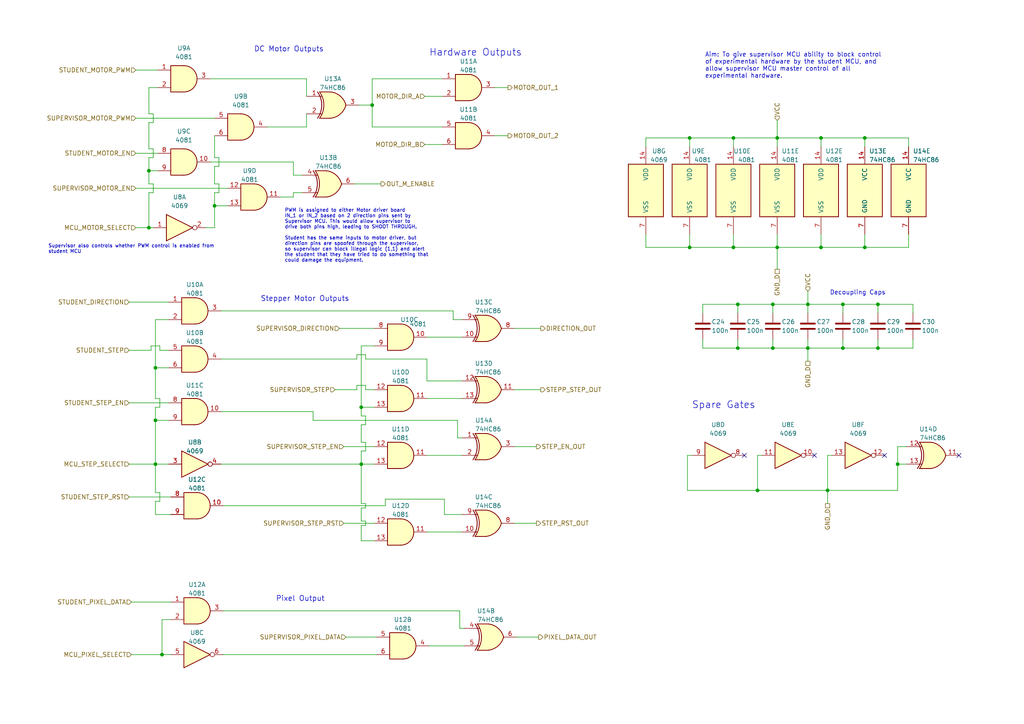
<source format=kicad_sch>
(kicad_sch (version 20211123) (generator eeschema)
  (paper "A4")
  (lib_symbols
    (symbol "000_Capacitor_Film_Immo:cap_film_0805" (pin_numbers hide) (pin_names (offset 0.254))
      (property "Reference" "C" (at 0.635 2.54 0))
      (property "Value" "cap_film_0805" (at 0.635 -2.54 0))
      (symbol "cap_film_0805_0_1"
        (polyline (pts (xy -2.032 -0.762) (xy 2.032 -0.762)) (stroke (width 0.508)))
        (polyline (pts (xy -2.032 0.762) (xy 2.032 0.762)) (stroke (width 0.508)))
      )
      (symbol "cap_film_0805_1_1"
        (pin passive line (at 0 3.81 270) (length 2.794) (name "~") (number "1"))
        (pin passive line (at 0 -3.81 90) (length 2.794) (name "~") (number "2"))
      )
    )
    (symbol "4xxx:4069" (pin_names (offset 1.016))
      (property "Reference" "U" (at 0 1.27 0))
      (property "Value" "4069" (at 0 -1.27 0))
      (symbol "4069_1_0"
        (polyline (pts (xy -3.81 3.81) (xy -3.81 -3.81) (xy 3.81 0) (xy -3.81 3.81)) (stroke (width 0.254)) (fill (type background)))
        (pin input line (at -7.62 0 0) (length 3.81) (name "~") (number "1"))
        (pin output inverted (at 7.62 0 180) (length 3.81) (name "~") (number "2"))
      )
      (symbol "4069_2_0"
        (polyline (pts (xy -3.81 3.81) (xy -3.81 -3.81) (xy 3.81 0) (xy -3.81 3.81)) (stroke (width 0.254)) (fill (type background)))
        (pin input line (at -7.62 0 0) (length 3.81) (name "~") (number "3"))
        (pin output inverted (at 7.62 0 180) (length 3.81) (name "~") (number "4"))
      )
      (symbol "4069_3_0"
        (polyline (pts (xy -3.81 3.81) (xy -3.81 -3.81) (xy 3.81 0) (xy -3.81 3.81)) (stroke (width 0.254)) (fill (type background)))
        (pin input line (at -7.62 0 0) (length 3.81) (name "~") (number "5"))
        (pin output inverted (at 7.62 0 180) (length 3.81) (name "~") (number "6"))
      )
      (symbol "4069_4_0"
        (polyline (pts (xy -3.81 3.81) (xy -3.81 -3.81) (xy 3.81 0) (xy -3.81 3.81)) (stroke (width 0.254)) (fill (type background)))
        (pin output inverted (at 7.62 0 180) (length 3.81) (name "~") (number "8"))
        (pin input line (at -7.62 0 0) (length 3.81) (name "~") (number "9"))
      )
      (symbol "4069_5_0"
        (polyline (pts (xy -3.81 3.81) (xy -3.81 -3.81) (xy 3.81 0) (xy -3.81 3.81)) (stroke (width 0.254)) (fill (type background)))
        (pin output inverted (at 7.62 0 180) (length 3.81) (name "~") (number "10"))
        (pin input line (at -7.62 0 0) (length 3.81) (name "~") (number "11"))
      )
      (symbol "4069_6_0"
        (polyline (pts (xy -3.81 3.81) (xy -3.81 -3.81) (xy 3.81 0) (xy -3.81 3.81)) (stroke (width 0.254)) (fill (type background)))
        (pin output inverted (at 7.62 0 180) (length 3.81) (name "~") (number "12"))
        (pin input line (at -7.62 0 0) (length 3.81) (name "~") (number "13"))
      )
      (symbol "4069_7_0"
        (pin power_in line (at 0 12.7 270) (length 5.08) (name "VDD") (number "14"))
        (pin power_in line (at 0 -12.7 90) (length 5.08) (name "VSS") (number "7"))
      )
      (symbol "4069_7_1"
        (rectangle (start -5.08 7.62) (end 5.08 -7.62) (stroke (width 0.254)) (fill (type background)))
      )
    )
    (symbol "4xxx:4081" (pin_names (offset 1.016))
      (property "Reference" "U" (at 0 1.27 0))
      (property "Value" "4081" (at 0 -1.27 0))
      (symbol "4081_1_1"
        (arc (start 0 -3.81) (mid 3.81 0) (end 0 3.81) (stroke (width 0.254)) (fill (type background)))
        (polyline (pts (xy 0 3.81) (xy -3.81 3.81) (xy -3.81 -3.81) (xy 0 -3.81)) (stroke (width 0.254)) (fill (type background)))
        (pin input line (at -7.62 2.54 0) (length 3.81) (name "~") (number "1"))
        (pin input line (at -7.62 -2.54 0) (length 3.81) (name "~") (number "2"))
        (pin output line (at 7.62 0 180) (length 3.81) (name "~") (number "3"))
      )
      (symbol "4081_1_2"
        (arc (start -3.81 -3.81) (mid -2.589 0) (end -3.81 3.81) (stroke (width 0.254)))
        (arc (start -0.6096 -3.81) (mid 2.1855 -2.584) (end 3.81 0) (stroke (width 0.254)) (fill (type background)))
        (polyline (pts (xy -3.81 -3.81) (xy -0.635 -3.81)) (stroke (width 0.254)) (fill (type background)))
        (polyline (pts (xy -3.81 3.81) (xy -0.635 3.81)) (stroke (width 0.254)) (fill (type background)))
        (polyline (pts (xy -0.635 3.81) (xy -3.81 3.81) (xy -3.81 3.81) (xy -3.556 3.4036) (xy -3.0226 2.2606) (xy -2.6924 1.0414) (xy -2.6162 -0.254) (xy -2.7686 -1.4986) (xy -3.175 -2.7178) (xy -3.81 -3.81) (xy -3.81 -3.81) (xy -0.635 -3.81)) (stroke (width -25.4)) (fill (type background)))
        (arc (start 3.81 0) (mid 2.1928 2.5925) (end -0.6096 3.81) (stroke (width 0.254)) (fill (type background)))
        (pin input inverted (at -7.62 2.54 0) (length 4.318) (name "~") (number "1"))
        (pin input inverted (at -7.62 -2.54 0) (length 4.318) (name "~") (number "2"))
        (pin output inverted (at 7.62 0 180) (length 3.81) (name "~") (number "3"))
      )
      (symbol "4081_2_1"
        (arc (start 0 -3.81) (mid 3.81 0) (end 0 3.81) (stroke (width 0.254)) (fill (type background)))
        (polyline (pts (xy 0 3.81) (xy -3.81 3.81) (xy -3.81 -3.81) (xy 0 -3.81)) (stroke (width 0.254)) (fill (type background)))
        (pin output line (at 7.62 0 180) (length 3.81) (name "~") (number "4"))
        (pin input line (at -7.62 2.54 0) (length 3.81) (name "~") (number "5"))
        (pin input line (at -7.62 -2.54 0) (length 3.81) (name "~") (number "6"))
      )
      (symbol "4081_2_2"
        (arc (start -3.81 -3.81) (mid -2.589 0) (end -3.81 3.81) (stroke (width 0.254)))
        (arc (start -0.6096 -3.81) (mid 2.1855 -2.584) (end 3.81 0) (stroke (width 0.254)) (fill (type background)))
        (polyline (pts (xy -3.81 -3.81) (xy -0.635 -3.81)) (stroke (width 0.254)) (fill (type background)))
        (polyline (pts (xy -3.81 3.81) (xy -0.635 3.81)) (stroke (width 0.254)) (fill (type background)))
        (polyline (pts (xy -0.635 3.81) (xy -3.81 3.81) (xy -3.81 3.81) (xy -3.556 3.4036) (xy -3.0226 2.2606) (xy -2.6924 1.0414) (xy -2.6162 -0.254) (xy -2.7686 -1.4986) (xy -3.175 -2.7178) (xy -3.81 -3.81) (xy -3.81 -3.81) (xy -0.635 -3.81)) (stroke (width -25.4)) (fill (type background)))
        (arc (start 3.81 0) (mid 2.1928 2.5925) (end -0.6096 3.81) (stroke (width 0.254)) (fill (type background)))
        (pin output inverted (at 7.62 0 180) (length 3.81) (name "~") (number "4"))
        (pin input inverted (at -7.62 2.54 0) (length 4.318) (name "~") (number "5"))
        (pin input inverted (at -7.62 -2.54 0) (length 4.318) (name "~") (number "6"))
      )
      (symbol "4081_3_1"
        (arc (start 0 -3.81) (mid 3.81 0) (end 0 3.81) (stroke (width 0.254)) (fill (type background)))
        (polyline (pts (xy 0 3.81) (xy -3.81 3.81) (xy -3.81 -3.81) (xy 0 -3.81)) (stroke (width 0.254)) (fill (type background)))
        (pin output line (at 7.62 0 180) (length 3.81) (name "~") (number "10"))
        (pin input line (at -7.62 2.54 0) (length 3.81) (name "~") (number "8"))
        (pin input line (at -7.62 -2.54 0) (length 3.81) (name "~") (number "9"))
      )
      (symbol "4081_3_2"
        (arc (start -3.81 -3.81) (mid -2.589 0) (end -3.81 3.81) (stroke (width 0.254)))
        (arc (start -0.6096 -3.81) (mid 2.1855 -2.584) (end 3.81 0) (stroke (width 0.254)) (fill (type background)))
        (polyline (pts (xy -3.81 -3.81) (xy -0.635 -3.81)) (stroke (width 0.254)) (fill (type background)))
        (polyline (pts (xy -3.81 3.81) (xy -0.635 3.81)) (stroke (width 0.254)) (fill (type background)))
        (polyline (pts (xy -0.635 3.81) (xy -3.81 3.81) (xy -3.81 3.81) (xy -3.556 3.4036) (xy -3.0226 2.2606) (xy -2.6924 1.0414) (xy -2.6162 -0.254) (xy -2.7686 -1.4986) (xy -3.175 -2.7178) (xy -3.81 -3.81) (xy -3.81 -3.81) (xy -0.635 -3.81)) (stroke (width -25.4)) (fill (type background)))
        (arc (start 3.81 0) (mid 2.1928 2.5925) (end -0.6096 3.81) (stroke (width 0.254)) (fill (type background)))
        (pin output inverted (at 7.62 0 180) (length 3.81) (name "~") (number "10"))
        (pin input inverted (at -7.62 2.54 0) (length 4.318) (name "~") (number "8"))
        (pin input inverted (at -7.62 -2.54 0) (length 4.318) (name "~") (number "9"))
      )
      (symbol "4081_4_1"
        (arc (start 0 -3.81) (mid 3.81 0) (end 0 3.81) (stroke (width 0.254)) (fill (type background)))
        (polyline (pts (xy 0 3.81) (xy -3.81 3.81) (xy -3.81 -3.81) (xy 0 -3.81)) (stroke (width 0.254)) (fill (type background)))
        (pin output line (at 7.62 0 180) (length 3.81) (name "~") (number "11"))
        (pin input line (at -7.62 2.54 0) (length 3.81) (name "~") (number "12"))
        (pin input line (at -7.62 -2.54 0) (length 3.81) (name "~") (number "13"))
      )
      (symbol "4081_4_2"
        (arc (start -3.81 -3.81) (mid -2.589 0) (end -3.81 3.81) (stroke (width 0.254)))
        (arc (start -0.6096 -3.81) (mid 2.1855 -2.584) (end 3.81 0) (stroke (width 0.254)) (fill (type background)))
        (polyline (pts (xy -3.81 -3.81) (xy -0.635 -3.81)) (stroke (width 0.254)) (fill (type background)))
        (polyline (pts (xy -3.81 3.81) (xy -0.635 3.81)) (stroke (width 0.254)) (fill (type background)))
        (polyline (pts (xy -0.635 3.81) (xy -3.81 3.81) (xy -3.81 3.81) (xy -3.556 3.4036) (xy -3.0226 2.2606) (xy -2.6924 1.0414) (xy -2.6162 -0.254) (xy -2.7686 -1.4986) (xy -3.175 -2.7178) (xy -3.81 -3.81) (xy -3.81 -3.81) (xy -0.635 -3.81)) (stroke (width -25.4)) (fill (type background)))
        (arc (start 3.81 0) (mid 2.1928 2.5925) (end -0.6096 3.81) (stroke (width 0.254)) (fill (type background)))
        (pin output inverted (at 7.62 0 180) (length 3.81) (name "~") (number "11"))
        (pin input inverted (at -7.62 2.54 0) (length 4.318) (name "~") (number "12"))
        (pin input inverted (at -7.62 -2.54 0) (length 4.318) (name "~") (number "13"))
      )
      (symbol "4081_5_0"
        (pin power_in line (at 0 12.7 270) (length 5.08) (name "VDD") (number "14"))
        (pin power_in line (at 0 -12.7 90) (length 5.08) (name "VSS") (number "7"))
      )
      (symbol "4081_5_1"
        (rectangle (start -5.08 7.62) (end 5.08 -7.62) (stroke (width 0.254)) (fill (type background)))
      )
    )
    (symbol "74xx:74HC86" (pin_names (offset 1.016))
      (property "Reference" "U" (at 0 1.27 0))
      (property "Value" "74HC86" (at 0 -1.27 0))
      (symbol "74HC86_1_0"
        (arc (start -4.4196 -3.81) (mid -3.2033 0) (end -4.4196 3.81) (stroke (width 0.254)))
        (arc (start -3.81 -3.81) (mid -2.589 0) (end -3.81 3.81) (stroke (width 0.254)))
        (arc (start -0.6096 -3.81) (mid 2.1855 -2.584) (end 3.81 0) (stroke (width 0.254)) (fill (type background)))
        (polyline (pts (xy -3.81 -3.81) (xy -0.635 -3.81)) (stroke (width 0.254)) (fill (type background)))
        (polyline (pts (xy -3.81 3.81) (xy -0.635 3.81)) (stroke (width 0.254)) (fill (type background)))
        (polyline (pts (xy -0.635 3.81) (xy -3.81 3.81) (xy -3.81 3.81) (xy -3.556 3.4036) (xy -3.0226 2.2606) (xy -2.6924 1.0414) (xy -2.6162 -0.254) (xy -2.7686 -1.4986) (xy -3.175 -2.7178) (xy -3.81 -3.81) (xy -3.81 -3.81) (xy -0.635 -3.81)) (stroke (width -25.4)) (fill (type background)))
        (arc (start 3.81 0) (mid 2.1928 2.5925) (end -0.6096 3.81) (stroke (width 0.254)) (fill (type background)))
        (pin input line (at -7.62 2.54 0) (length 4.445) (name "~") (number "1"))
        (pin input line (at -7.62 -2.54 0) (length 4.445) (name "~") (number "2"))
        (pin output line (at 7.62 0 180) (length 3.81) (name "~") (number "3"))
      )
      (symbol "74HC86_1_1"
        (polyline (pts (xy -3.81 -2.54) (xy -3.175 -2.54)) (stroke (width 0.1524)))
        (polyline (pts (xy -3.81 2.54) (xy -3.175 2.54)) (stroke (width 0.1524)))
      )
      (symbol "74HC86_2_0"
        (arc (start -4.4196 -3.81) (mid -3.2033 0) (end -4.4196 3.81) (stroke (width 0.254)))
        (arc (start -3.81 -3.81) (mid -2.589 0) (end -3.81 3.81) (stroke (width 0.254)))
        (arc (start -0.6096 -3.81) (mid 2.1855 -2.584) (end 3.81 0) (stroke (width 0.254)) (fill (type background)))
        (polyline (pts (xy -3.81 -3.81) (xy -0.635 -3.81)) (stroke (width 0.254)) (fill (type background)))
        (polyline (pts (xy -3.81 3.81) (xy -0.635 3.81)) (stroke (width 0.254)) (fill (type background)))
        (polyline (pts (xy -0.635 3.81) (xy -3.81 3.81) (xy -3.81 3.81) (xy -3.556 3.4036) (xy -3.0226 2.2606) (xy -2.6924 1.0414) (xy -2.6162 -0.254) (xy -2.7686 -1.4986) (xy -3.175 -2.7178) (xy -3.81 -3.81) (xy -3.81 -3.81) (xy -0.635 -3.81)) (stroke (width -25.4)) (fill (type background)))
        (arc (start 3.81 0) (mid 2.1928 2.5925) (end -0.6096 3.81) (stroke (width 0.254)) (fill (type background)))
        (pin input line (at -7.62 2.54 0) (length 4.445) (name "~") (number "4"))
        (pin input line (at -7.62 -2.54 0) (length 4.445) (name "~") (number "5"))
        (pin output line (at 7.62 0 180) (length 3.81) (name "~") (number "6"))
      )
      (symbol "74HC86_2_1"
        (polyline (pts (xy -3.81 -2.54) (xy -3.175 -2.54)) (stroke (width 0.1524)))
        (polyline (pts (xy -3.81 2.54) (xy -3.175 2.54)) (stroke (width 0.1524)))
      )
      (symbol "74HC86_3_0"
        (arc (start -4.4196 -3.81) (mid -3.2033 0) (end -4.4196 3.81) (stroke (width 0.254)))
        (arc (start -3.81 -3.81) (mid -2.589 0) (end -3.81 3.81) (stroke (width 0.254)))
        (arc (start -0.6096 -3.81) (mid 2.1855 -2.584) (end 3.81 0) (stroke (width 0.254)) (fill (type background)))
        (polyline (pts (xy -3.81 -3.81) (xy -0.635 -3.81)) (stroke (width 0.254)) (fill (type background)))
        (polyline (pts (xy -3.81 3.81) (xy -0.635 3.81)) (stroke (width 0.254)) (fill (type background)))
        (polyline (pts (xy -0.635 3.81) (xy -3.81 3.81) (xy -3.81 3.81) (xy -3.556 3.4036) (xy -3.0226 2.2606) (xy -2.6924 1.0414) (xy -2.6162 -0.254) (xy -2.7686 -1.4986) (xy -3.175 -2.7178) (xy -3.81 -3.81) (xy -3.81 -3.81) (xy -0.635 -3.81)) (stroke (width -25.4)) (fill (type background)))
        (arc (start 3.81 0) (mid 2.1928 2.5925) (end -0.6096 3.81) (stroke (width 0.254)) (fill (type background)))
        (pin input line (at -7.62 -2.54 0) (length 4.445) (name "~") (number "10"))
        (pin output line (at 7.62 0 180) (length 3.81) (name "~") (number "8"))
        (pin input line (at -7.62 2.54 0) (length 4.445) (name "~") (number "9"))
      )
      (symbol "74HC86_3_1"
        (polyline (pts (xy -3.81 -2.54) (xy -3.175 -2.54)) (stroke (width 0.1524)))
        (polyline (pts (xy -3.81 2.54) (xy -3.175 2.54)) (stroke (width 0.1524)))
      )
      (symbol "74HC86_4_0"
        (arc (start -4.4196 -3.81) (mid -3.2033 0) (end -4.4196 3.81) (stroke (width 0.254)))
        (arc (start -3.81 -3.81) (mid -2.589 0) (end -3.81 3.81) (stroke (width 0.254)))
        (arc (start -0.6096 -3.81) (mid 2.1855 -2.584) (end 3.81 0) (stroke (width 0.254)) (fill (type background)))
        (polyline (pts (xy -3.81 -3.81) (xy -0.635 -3.81)) (stroke (width 0.254)) (fill (type background)))
        (polyline (pts (xy -3.81 3.81) (xy -0.635 3.81)) (stroke (width 0.254)) (fill (type background)))
        (polyline (pts (xy -0.635 3.81) (xy -3.81 3.81) (xy -3.81 3.81) (xy -3.556 3.4036) (xy -3.0226 2.2606) (xy -2.6924 1.0414) (xy -2.6162 -0.254) (xy -2.7686 -1.4986) (xy -3.175 -2.7178) (xy -3.81 -3.81) (xy -3.81 -3.81) (xy -0.635 -3.81)) (stroke (width -25.4)) (fill (type background)))
        (arc (start 3.81 0) (mid 2.1928 2.5925) (end -0.6096 3.81) (stroke (width 0.254)) (fill (type background)))
        (pin output line (at 7.62 0 180) (length 3.81) (name "~") (number "11"))
        (pin input line (at -7.62 2.54 0) (length 4.445) (name "~") (number "12"))
        (pin input line (at -7.62 -2.54 0) (length 4.445) (name "~") (number "13"))
      )
      (symbol "74HC86_4_1"
        (polyline (pts (xy -3.81 -2.54) (xy -3.175 -2.54)) (stroke (width 0.1524)))
        (polyline (pts (xy -3.81 2.54) (xy -3.175 2.54)) (stroke (width 0.1524)))
      )
      (symbol "74HC86_5_0"
        (pin power_in line (at 0 12.7 270) (length 5.08) (name "VCC") (number "14"))
        (pin power_in line (at 0 -12.7 90) (length 5.08) (name "GND") (number "7"))
      )
      (symbol "74HC86_5_1"
        (rectangle (start -5.08 7.62) (end 5.08 -7.62) (stroke (width 0.254)) (fill (type background)))
      )
    )
  )
  (junction (at 244.475 88.265))
  (junction (at 225.425 71.755))
  (junction (at 200.025 40.005))
  (junction (at 45.085 134.62))
  (junction (at 43.18 66.04))
  (junction (at 212.725 71.755))
  (junction (at 45.085 106.68))
  (junction (at 104.775 118.11))
  (junction (at 234.315 100.965))
  (junction (at 225.425 40.005))
  (junction (at 224.155 88.265))
  (junction (at 213.995 100.965))
  (junction (at 254.635 88.265))
  (junction (at 240.03 142.24))
  (junction (at 46.99 189.865))
  (junction (at 45.085 121.92))
  (junction (at 238.125 71.755))
  (junction (at 250.825 40.005))
  (junction (at 62.23 59.69))
  (junction (at 104.775 134.62))
  (junction (at 43.18 49.53))
  (junction (at 219.71 142.24))
  (junction (at 234.315 88.265))
  (junction (at 260.35 134.62))
  (junction (at 213.995 88.265))
  (junction (at 107.95 30.48))
  (junction (at 254.635 100.965))
  (junction (at 200.025 71.755))
  (junction (at 224.155 100.965))
  (junction (at 250.825 71.755))
  (junction (at 212.725 40.005))
  (junction (at 244.475 100.965))
  (junction (at 238.125 40.005))
  (no_connect (at 256.54 132.08))
  (no_connect (at 278.13 132.08))
  (no_connect (at 215.9 132.08))
  (no_connect (at 236.22 132.08))
  (wire (pts (xy 132.715 127) (xy 133.985 127)))
  (wire (pts (xy 85.09 50.8) (xy 87.63 50.8)))
  (wire (pts (xy 212.725 40.005) (xy 225.425 40.005)))
  (wire (pts (xy 203.835 88.265) (xy 203.835 90.805)))
  (wire (pts (xy 85.09 46.99) (xy 85.09 50.8)))
  (wire (pts (xy 104.775 100.33) (xy 108.585 100.33)))
  (wire (pts (xy 203.835 100.965) (xy 213.995 100.965)))
  (wire (pts (xy 263.525 71.755) (xy 250.825 71.755)))
  (wire (pts (xy 43.18 66.04) (xy 44.45 66.04)))
  (wire (pts (xy 85.09 55.88) (xy 87.63 55.88)))
  (wire (pts (xy 48.895 134.62) (xy 45.085 134.62)))
  (wire (pts (xy 133.35 177.165) (xy 133.35 182.245)))
  (wire (pts (xy 37.465 101.6) (xy 43.815 101.6)))
  (wire (pts (xy 234.315 88.265) (xy 224.155 88.265)))
  (wire (pts (xy 234.315 88.265) (xy 244.475 88.265)))
  (wire (pts (xy 103.505 104.14) (xy 103.505 102.87)))
  (wire (pts (xy 39.37 34.29) (xy 62.23 34.29)))
  (wire (pts (xy 143.51 25.4) (xy 147.32 25.4)))
  (wire (pts (xy 64.135 104.14) (xy 103.505 104.14)))
  (wire (pts (xy 104.775 118.11) (xy 104.775 120.65)))
  (wire (pts (xy 199.39 142.24) (xy 219.71 142.24)))
  (wire (pts (xy 63.5 55.88) (xy 63.5 53.34)))
  (wire (pts (xy 106.045 151.13) (xy 104.775 151.13)))
  (wire (pts (xy 43.18 55.88) (xy 43.18 66.04)))
  (wire (pts (xy 104.775 100.33) (xy 104.775 118.11)))
  (wire (pts (xy 200.025 40.005) (xy 212.725 40.005)))
  (wire (pts (xy 43.815 100.33) (xy 46.355 100.33)))
  (wire (pts (xy 238.125 71.755) (xy 225.425 71.755)))
  (wire (pts (xy 260.35 134.62) (xy 260.35 142.24)))
  (wire (pts (xy 107.95 30.48) (xy 107.95 22.86)))
  (wire (pts (xy 46.355 101.6) (xy 48.895 101.6)))
  (wire (pts (xy 254.635 100.965) (xy 264.795 100.965)))
  (wire (pts (xy 143.51 39.37) (xy 147.32 39.37)))
  (wire (pts (xy 45.72 25.4) (xy 43.18 25.4)))
  (wire (pts (xy 224.155 100.965) (xy 234.315 100.965)))
  (wire (pts (xy 149.225 151.765) (xy 155.575 151.765)))
  (wire (pts (xy 62.23 53.34) (xy 62.23 48.26)))
  (wire (pts (xy 90.805 119.38) (xy 90.805 121.92)))
  (wire (pts (xy 187.325 40.005) (xy 200.025 40.005)))
  (wire (pts (xy 39.37 20.32) (xy 45.72 20.32)))
  (wire (pts (xy 219.71 142.24) (xy 240.03 142.24)))
  (wire (pts (xy 106.045 128.27) (xy 106.045 130.81)))
  (wire (pts (xy 106.045 104.14) (xy 123.825 104.14)))
  (wire (pts (xy 39.37 54.61) (xy 66.04 54.61)))
  (wire (pts (xy 99.695 151.765) (xy 108.585 151.765)))
  (wire (pts (xy 104.775 123.19) (xy 104.775 128.27)))
  (wire (pts (xy 240.03 132.08) (xy 240.03 142.24)))
  (wire (pts (xy 225.425 40.005) (xy 225.425 42.545)))
  (wire (pts (xy 97.155 113.03) (xy 103.505 113.03)))
  (wire (pts (xy 44.45 43.18) (xy 44.45 45.72)))
  (wire (pts (xy 100.33 184.785) (xy 109.22 184.785)))
  (wire (pts (xy 43.18 35.56) (xy 43.18 43.18)))
  (wire (pts (xy 234.315 100.965) (xy 234.315 98.425)))
  (wire (pts (xy 238.125 40.005) (xy 238.125 42.545)))
  (wire (pts (xy 37.465 116.84) (xy 48.895 116.84)))
  (wire (pts (xy 219.71 132.08) (xy 220.98 132.08)))
  (wire (pts (xy 63.5 48.26) (xy 63.5 45.72)))
  (wire (pts (xy 213.995 88.265) (xy 213.995 90.805)))
  (wire (pts (xy 77.47 36.83) (xy 88.9 36.83)))
  (wire (pts (xy 128.905 144.78) (xy 128.905 149.225)))
  (wire (pts (xy 254.635 88.265) (xy 264.795 88.265)))
  (wire (pts (xy 104.775 128.27) (xy 106.045 128.27)))
  (wire (pts (xy 43.18 45.72) (xy 44.45 45.72)))
  (wire (pts (xy 111.76 144.78) (xy 128.905 144.78)))
  (wire (pts (xy 123.825 115.57) (xy 133.985 115.57)))
  (wire (pts (xy 99.695 129.54) (xy 108.585 129.54)))
  (wire (pts (xy 39.37 66.04) (xy 43.18 66.04)))
  (wire (pts (xy 250.825 67.945) (xy 250.825 71.755)))
  (wire (pts (xy 106.045 152.4) (xy 106.045 151.13)))
  (wire (pts (xy 254.635 88.265) (xy 254.635 90.805)))
  (wire (pts (xy 123.825 154.305) (xy 133.985 154.305)))
  (wire (pts (xy 62.23 59.69) (xy 66.04 59.69)))
  (wire (pts (xy 238.125 40.005) (xy 250.825 40.005)))
  (wire (pts (xy 149.86 184.785) (xy 156.21 184.785)))
  (wire (pts (xy 200.66 132.08) (xy 199.39 132.08)))
  (wire (pts (xy 102.87 53.34) (xy 110.49 53.34)))
  (wire (pts (xy 64.77 177.165) (xy 133.35 177.165)))
  (wire (pts (xy 238.125 67.945) (xy 238.125 71.755)))
  (wire (pts (xy 187.325 42.545) (xy 187.325 40.005)))
  (wire (pts (xy 225.425 71.755) (xy 212.725 71.755)))
  (wire (pts (xy 45.085 121.92) (xy 48.895 121.92)))
  (wire (pts (xy 103.505 102.87) (xy 106.045 102.87)))
  (wire (pts (xy 104.775 151.13) (xy 104.775 147.32)))
  (wire (pts (xy 128.905 149.225) (xy 133.985 149.225)))
  (wire (pts (xy 38.1 174.625) (xy 49.53 174.625)))
  (wire (pts (xy 149.225 113.03) (xy 156.845 113.03)))
  (wire (pts (xy 244.475 100.965) (xy 244.475 98.425)))
  (wire (pts (xy 203.835 88.265) (xy 213.995 88.265)))
  (wire (pts (xy 44.45 55.88) (xy 43.18 55.88)))
  (wire (pts (xy 104.775 134.62) (xy 108.585 134.62)))
  (wire (pts (xy 43.18 53.34) (xy 44.45 53.34)))
  (wire (pts (xy 49.53 179.705) (xy 46.99 179.705)))
  (wire (pts (xy 103.505 113.03) (xy 103.505 111.76)))
  (wire (pts (xy 46.355 100.33) (xy 46.355 101.6)))
  (wire (pts (xy 85.09 57.15) (xy 85.09 55.88)))
  (wire (pts (xy 62.23 59.69) (xy 62.23 66.04)))
  (wire (pts (xy 45.085 92.71) (xy 48.895 92.71)))
  (wire (pts (xy 250.825 40.005) (xy 263.525 40.005)))
  (wire (pts (xy 260.35 129.54) (xy 260.35 134.62)))
  (wire (pts (xy 250.825 42.545) (xy 250.825 40.005)))
  (wire (pts (xy 104.775 118.11) (xy 108.585 118.11)))
  (wire (pts (xy 262.89 129.54) (xy 260.35 129.54)))
  (wire (pts (xy 43.18 33.02) (xy 44.45 33.02)))
  (wire (pts (xy 250.825 71.755) (xy 238.125 71.755)))
  (wire (pts (xy 44.45 35.56) (xy 43.18 35.56)))
  (wire (pts (xy 62.23 59.69) (xy 62.23 55.88)))
  (wire (pts (xy 46.355 115.57) (xy 46.355 118.11)))
  (wire (pts (xy 104.775 147.32) (xy 106.045 147.32)))
  (wire (pts (xy 107.95 36.83) (xy 128.27 36.83)))
  (wire (pts (xy 45.085 118.11) (xy 46.355 118.11)))
  (wire (pts (xy 203.835 98.425) (xy 203.835 100.965)))
  (wire (pts (xy 213.995 88.265) (xy 224.155 88.265)))
  (wire (pts (xy 46.355 115.57) (xy 45.085 115.57)))
  (wire (pts (xy 187.325 71.755) (xy 200.025 71.755)))
  (wire (pts (xy 104.775 146.05) (xy 104.775 134.62)))
  (wire (pts (xy 103.505 111.76) (xy 106.045 111.76)))
  (wire (pts (xy 81.28 57.15) (xy 85.09 57.15)))
  (wire (pts (xy 225.425 71.755) (xy 225.425 78.105)))
  (wire (pts (xy 149.225 95.25) (xy 156.845 95.25)))
  (wire (pts (xy 124.46 187.325) (xy 134.62 187.325)))
  (wire (pts (xy 46.99 179.705) (xy 46.99 189.865)))
  (wire (pts (xy 46.355 142.875) (xy 46.355 145.415)))
  (wire (pts (xy 234.315 88.265) (xy 234.315 90.805)))
  (wire (pts (xy 43.18 49.53) (xy 43.18 53.34)))
  (wire (pts (xy 43.18 45.72) (xy 43.18 49.53)))
  (wire (pts (xy 264.795 100.965) (xy 264.795 98.425)))
  (wire (pts (xy 44.45 33.02) (xy 44.45 35.56)))
  (wire (pts (xy 240.03 132.08) (xy 241.3 132.08)))
  (wire (pts (xy 45.085 145.415) (xy 45.085 149.225)))
  (wire (pts (xy 98.425 95.25) (xy 108.585 95.25)))
  (wire (pts (xy 123.19 41.91) (xy 128.27 41.91)))
  (wire (pts (xy 199.39 132.08) (xy 199.39 142.24)))
  (wire (pts (xy 104.775 146.05) (xy 106.045 146.05)))
  (wire (pts (xy 46.355 145.415) (xy 45.085 145.415)))
  (wire (pts (xy 44.45 43.18) (xy 43.18 43.18)))
  (wire (pts (xy 39.37 44.45) (xy 45.72 44.45)))
  (wire (pts (xy 90.805 121.92) (xy 132.715 121.92)))
  (wire (pts (xy 60.96 46.99) (xy 85.09 46.99)))
  (wire (pts (xy 254.635 100.965) (xy 254.635 98.425)))
  (wire (pts (xy 104.14 30.48) (xy 107.95 30.48)))
  (wire (pts (xy 64.135 90.17) (xy 131.445 90.17)))
  (wire (pts (xy 43.18 49.53) (xy 45.72 49.53)))
  (wire (pts (xy 45.085 121.92) (xy 45.085 134.62)))
  (wire (pts (xy 213.995 100.965) (xy 213.995 98.425)))
  (wire (pts (xy 219.71 142.24) (xy 219.71 132.08)))
  (wire (pts (xy 107.95 22.86) (xy 128.27 22.86)))
  (wire (pts (xy 106.045 113.03) (xy 108.585 113.03)))
  (wire (pts (xy 260.35 142.24) (xy 240.03 142.24)))
  (wire (pts (xy 108.585 156.845) (xy 104.775 156.845)))
  (wire (pts (xy 45.085 106.68) (xy 45.085 115.57)))
  (wire (pts (xy 63.5 45.72) (xy 62.23 45.72)))
  (wire (pts (xy 45.085 92.71) (xy 45.085 106.68)))
  (wire (pts (xy 44.45 53.34) (xy 44.45 55.88)))
  (wire (pts (xy 62.23 39.37) (xy 62.23 45.72)))
  (wire (pts (xy 107.95 30.48) (xy 107.95 36.83)))
  (wire (pts (xy 244.475 88.265) (xy 244.475 90.805)))
  (wire (pts (xy 64.77 189.865) (xy 109.22 189.865)))
  (wire (pts (xy 45.085 134.62) (xy 37.465 134.62)))
  (wire (pts (xy 132.715 121.92) (xy 132.715 127)))
  (wire (pts (xy 62.23 55.88) (xy 63.5 55.88)))
  (wire (pts (xy 187.325 67.945) (xy 187.325 71.755)))
  (wire (pts (xy 244.475 88.265) (xy 254.635 88.265)))
  (wire (pts (xy 131.445 92.71) (xy 133.985 92.71)))
  (wire (pts (xy 88.9 22.86) (xy 88.9 27.94)))
  (wire (pts (xy 106.045 130.81) (xy 104.775 130.81)))
  (wire (pts (xy 234.315 100.965) (xy 234.315 104.775)))
  (wire (pts (xy 224.155 100.965) (xy 224.155 98.425)))
  (wire (pts (xy 60.96 22.86) (xy 88.9 22.86)))
  (wire (pts (xy 45.085 121.92) (xy 45.085 118.11)))
  (wire (pts (xy 123.19 27.94) (xy 128.27 27.94)))
  (wire (pts (xy 123.825 104.14) (xy 123.825 110.49)))
  (wire (pts (xy 43.815 101.6) (xy 43.815 100.33)))
  (wire (pts (xy 133.35 182.245) (xy 134.62 182.245)))
  (wire (pts (xy 45.085 106.68) (xy 48.895 106.68)))
  (wire (pts (xy 149.225 129.54) (xy 155.575 129.54)))
  (wire (pts (xy 59.69 66.04) (xy 62.23 66.04)))
  (wire (pts (xy 200.025 67.945) (xy 200.025 71.755)))
  (wire (pts (xy 123.825 110.49) (xy 133.985 110.49)))
  (wire (pts (xy 45.085 134.62) (xy 45.085 142.875)))
  (wire (pts (xy 106.045 120.65) (xy 106.045 123.19)))
  (wire (pts (xy 240.03 142.24) (xy 240.03 146.05)))
  (wire (pts (xy 37.465 144.145) (xy 49.53 144.145)))
  (wire (pts (xy 123.825 132.08) (xy 133.985 132.08)))
  (wire (pts (xy 264.795 88.265) (xy 264.795 90.805)))
  (wire (pts (xy 104.775 152.4) (xy 106.045 152.4)))
  (wire (pts (xy 38.1 189.865) (xy 46.99 189.865)))
  (wire (pts (xy 46.99 189.865) (xy 49.53 189.865)))
  (wire (pts (xy 263.525 42.545) (xy 263.525 40.005)))
  (wire (pts (xy 64.135 134.62) (xy 104.775 134.62)))
  (wire (pts (xy 123.825 97.79) (xy 133.985 97.79)))
  (wire (pts (xy 262.89 134.62) (xy 260.35 134.62)))
  (wire (pts (xy 225.425 34.925) (xy 225.425 40.005)))
  (wire (pts (xy 200.025 42.545) (xy 200.025 40.005)))
  (wire (pts (xy 106.045 123.19) (xy 104.775 123.19)))
  (wire (pts (xy 224.155 88.265) (xy 224.155 90.805)))
  (wire (pts (xy 131.445 90.17) (xy 131.445 92.71)))
  (wire (pts (xy 88.9 36.83) (xy 88.9 33.02)))
  (wire (pts (xy 225.425 67.945) (xy 225.425 71.755)))
  (wire (pts (xy 238.125 40.005) (xy 225.425 40.005)))
  (wire (pts (xy 234.315 84.455) (xy 234.315 88.265)))
  (wire (pts (xy 106.045 111.76) (xy 106.045 113.03)))
  (wire (pts (xy 104.775 156.845) (xy 104.775 152.4)))
  (wire (pts (xy 62.23 48.26) (xy 63.5 48.26)))
  (wire (pts (xy 263.525 67.945) (xy 263.525 71.755)))
  (wire (pts (xy 62.23 53.34) (xy 63.5 53.34)))
  (wire (pts (xy 212.725 42.545) (xy 212.725 40.005)))
  (wire (pts (xy 106.045 147.32) (xy 106.045 146.05)))
  (wire (pts (xy 213.995 100.965) (xy 224.155 100.965)))
  (wire (pts (xy 45.085 142.875) (xy 46.355 142.875)))
  (wire (pts (xy 200.025 71.755) (xy 212.725 71.755)))
  (wire (pts (xy 104.775 130.81) (xy 104.775 134.62)))
  (wire (pts (xy 212.725 67.945) (xy 212.725 71.755)))
  (wire (pts (xy 234.315 100.965) (xy 244.475 100.965)))
  (wire (pts (xy 104.775 120.65) (xy 106.045 120.65)))
  (wire (pts (xy 244.475 100.965) (xy 254.635 100.965)))
  (wire (pts (xy 43.18 25.4) (xy 43.18 33.02)))
  (wire (pts (xy 37.465 87.63) (xy 48.895 87.63)))
  (wire (pts (xy 111.76 146.685) (xy 111.76 144.78)))
  (wire (pts (xy 106.045 102.87) (xy 106.045 104.14)))
  (wire (pts (xy 45.085 149.225) (xy 49.53 149.225)))
  (wire (pts (xy 64.135 119.38) (xy 90.805 119.38)))
  (wire (pts (xy 64.77 146.685) (xy 111.76 146.685)))
  (text "Pixel Output" (at 80.01 174.625 0) (effects (font (size 1.5 1.5)) (justify left bottom)))
  (text "Hardware Outputs" (at 124.46 16.51 0) (effects (font (size 2 2)) (justify left bottom)))
  (text "Decoupling Caps" (at 240.665 85.725 0) (effects (font (size 1.27 1.27)) (justify left bottom)))
  (text "Stepper Motor Outputs" (at 75.565 87.63 0) (effects (font (size 1.5 1.5)) (justify left bottom)))
  (text "Aim: To give supervisor MCU ability to block control \nof experimental hardware by the student MCU, and\nallow supervisor MCU master control of all\nexperimental hardware." (at 204.47 22.86 0) (effects (font (size 1.27 1.27)) (justify left bottom)))
  (text "DC Motor Outputs" (at 73.66 15.24 0) (effects (font (size 1.5 1.5)) (justify left bottom)))
  (text "Spare Gates" (at 200.66 118.745 0) (effects (font (size 2 2)) (justify left bottom)))
  (text "PWM is assigned to either Motor driver board\nIN_1 or IN_2 based on 2 direction pins sent by \nSupervisor MCU. This would allow supervisor to\ndrive both pins high, leading to SHOOT THROUGH.\n\nStudent has the same inputs to motor driver, but\ndirection pins are spoofed through the supervisor,\nso supervisor can block illegal logic (1,1) and alert\nthe student that they have tried to do something that\ncould damage the equipment." (at 82.55 76.2 0) (effects (font (size 1 1)) (justify left bottom)))
  (text "Supervisor also controls whether PWM control is enabled from\nstudent MCU" (at 13.97 73.66 0) (effects (font (size 1 1)) (justify left bottom)))
  (hierarchical_label "PIXEL_DATA_OUT" (shape output) (at 156.21 184.785 0))
  (hierarchical_label "MOTOR_DIR_B" (shape input) (at 123.19 41.91 180))
  (hierarchical_label "STEPP_STEP_OUT" (shape output) (at 156.845 113.03 0))
  (hierarchical_label "STUDENT_MOTOR_PWM" (shape input) (at 39.37 20.32 180))
  (hierarchical_label "STUDENT_DIRECTION" (shape input) (at 37.465 87.63 180))
  (hierarchical_label "MOTOR_OUT_2" (shape output) (at 147.32 39.37 0))
  (hierarchical_label "STUDENT_STEP_RST" (shape input) (at 37.465 144.145 180))
  (hierarchical_label "MCU_MOTOR_SELECT" (shape input) (at 39.37 66.04 180))
  (hierarchical_label "GND_D" (shape passive) (at 240.03 146.05 270))
  (hierarchical_label "GND_D" (shape passive) (at 234.315 104.775 270))
  (hierarchical_label "VCC" (shape input) (at 234.315 84.455 90))
  (hierarchical_label "SUPERVISOR_STEP" (shape input) (at 97.155 113.03 180))
  (hierarchical_label "STUDENT_STEP_EN" (shape input) (at 37.465 116.84 180))
  (hierarchical_label "MOTOR_OUT_1" (shape output) (at 147.32 25.4 0))
  (hierarchical_label "STEP_RST_OUT" (shape output) (at 155.575 151.765 0))
  (hierarchical_label "OUT_M_ENABLE" (shape output) (at 110.49 53.34 0))
  (hierarchical_label "SUPERVISOR_STEP_RST" (shape input) (at 99.695 151.765 180))
  (hierarchical_label "VCC" (shape input) (at 225.425 34.925 90))
  (hierarchical_label "MCU_STEP_SELECT" (shape input) (at 37.465 134.62 180))
  (hierarchical_label "STUDENT_MOTOR_EN" (shape input) (at 39.37 44.45 180))
  (hierarchical_label "GND_D" (shape passive) (at 225.425 78.105 270))
  (hierarchical_label "SUPERVISOR_DIRECTION" (shape input) (at 98.425 95.25 180))
  (hierarchical_label "DIRECTION_OUT" (shape output) (at 156.845 95.25 0))
  (hierarchical_label "SUPERVISOR_STEP_EN" (shape input) (at 99.695 129.54 180))
  (hierarchical_label "STEP_EN_OUT" (shape output) (at 155.575 129.54 0))
  (hierarchical_label "STUDENT_PIXEL_DATA" (shape input) (at 38.1 174.625 180))
  (hierarchical_label "MCU_PIXEL_SELECT" (shape input) (at 38.1 189.865 180))
  (hierarchical_label "SUPERVISOR_PIXEL_DATA" (shape input) (at 100.33 184.785 180))
  (hierarchical_label "SUPERVISOR_MOTOR_PWM" (shape input) (at 39.37 34.29 180))
  (hierarchical_label "SUPERVISOR_MOTOR_EN" (shape input) (at 39.37 54.61 180))
  (hierarchical_label "MOTOR_DIR_A" (shape input) (at 123.19 27.94 180))
  (hierarchical_label "STUDENT_STEP" (shape input) (at 37.465 101.6 180))
  (symbol (lib_id "4xxx:4081") (at 116.205 97.79 0) (unit 3)
    (property "Reference" "U10" (at 118.745 92.71 0))
    (property "Value" "4081" (at 121.285 93.98 0))
    (property "Footprint" "Package_SO:SOIC-14_3.9x8.7mm_P1.27mm" (effects hide))
    (property "Datasheet" "http://www.intersil.com/content/dam/Intersil/documents/cd40/cd4073bms-81bms-82bms.pdf" (effects hide))
  )
  (symbol (lib_id "74xx:74HC86") (at 142.24 184.785 0) (unit 2)
    (property "Reference" "U14" (at 140.97 177.165 0))
    (property "Value" "74HC86" (at 142.24 179.705 0))
    (property "Footprint" "Package_SO:SOIC-14_3.9x8.7mm_P1.27mm" (effects hide))
    (property "Datasheet" "http://www.ti.com/lit/gpn/sn74HC86" (effects hide))
  )
  (symbol (lib_id "74xx:74HC86") (at 263.525 55.245 0) (unit 5)
    (property "Reference" "U14" (at 264.795 43.815 0) (effects (justify left)))
    (property "Value" "74HC86" (at 264.795 46.355 0) (effects (justify left)))
    (property "Footprint" "Package_SO:SOIC-14_3.9x8.7mm_P1.27mm" (effects hide))
    (property "Datasheet" "http://www.ti.com/lit/gpn/sn74HC86" (effects hide))
  )
  (symbol (lib_id "4xxx:4081") (at 116.84 187.325 0) (unit 2)
    (property "Reference" "U12" (at 116.84 179.705 0))
    (property "Value" "4081" (at 116.84 182.245 0))
    (property "Footprint" "Package_SO:SOIC-14_3.9x8.7mm_P1.27mm" (effects hide))
    (property "Datasheet" "http://www.intersil.com/content/dam/Intersil/documents/cd40/cd4073bms-81bms-82bms.pdf" (effects hide))
  )
  (symbol (lib_id "4xxx:4081") (at 135.89 25.4 0) (unit 1)
    (property "Reference" "U11" (at 135.89 17.78 0))
    (property "Value" "4081" (at 135.89 20.32 0))
    (property "Footprint" "Package_SO:SOIC-14_3.9x8.7mm_P1.27mm" (effects hide))
    (property "Datasheet" "http://www.intersil.com/content/dam/Intersil/documents/cd40/cd4073bms-81bms-82bms.pdf" (effects hide))
  )
  (symbol (lib_id "4xxx:4069") (at 52.07 66.04 0) (unit 1)
    (property "Reference" "U8" (at 52.07 57.15 0))
    (property "Value" "4069" (at 52.07 59.69 0))
    (property "Footprint" "Package_SO:SOIC-14_3.9x8.7mm_P1.27mm" (effects hide))
    (property "Datasheet" "http://www.intersil.com/content/dam/Intersil/documents/cd40/cd4069ubms.pdf" (effects hide))
  )
  (symbol (lib_id "4xxx:4069") (at 208.28 132.08 0) (unit 4)
    (property "Reference" "U8" (at 208.28 123.19 0))
    (property "Value" "4069" (at 208.28 125.73 0))
    (property "Footprint" "Package_SO:SOIC-14_3.9x8.7mm_P1.27mm" (effects hide))
    (property "Datasheet" "http://www.intersil.com/content/dam/Intersil/documents/cd40/cd4069ubms.pdf" (effects hide))
  )
  (symbol (lib_id "74xx:74HC86") (at 141.605 151.765 0) (unit 3)
    (property "Reference" "U14" (at 140.335 144.145 0))
    (property "Value" "74HC86" (at 141.605 146.685 0))
    (property "Footprint" "Package_SO:SOIC-14_3.9x8.7mm_P1.27mm" (effects hide))
    (property "Datasheet" "http://www.ti.com/lit/gpn/sn74HC86" (effects hide))
  )
  (symbol (lib_id "4xxx:4081") (at 56.515 104.14 0) (unit 2)
    (property "Reference" "U10" (at 56.515 96.52 0))
    (property "Value" "4081" (at 56.515 99.06 0))
    (property "Footprint" "Package_SO:SOIC-14_3.9x8.7mm_P1.27mm" (effects hide))
    (property "Datasheet" "http://www.intersil.com/content/dam/Intersil/documents/cd40/cd4073bms-81bms-82bms.pdf" (effects hide))
  )
  (symbol (lib_id "4xxx:4081") (at 116.205 132.08 0) (unit 4)
    (property "Reference" "U11" (at 116.205 124.46 0))
    (property "Value" "4081" (at 116.205 127 0))
    (property "Footprint" "Package_SO:SOIC-14_3.9x8.7mm_P1.27mm" (effects hide))
    (property "Datasheet" "http://www.intersil.com/content/dam/Intersil/documents/cd40/cd4073bms-81bms-82bms.pdf" (effects hide))
  )
  (symbol (lib_id "4xxx:4081") (at 53.34 22.86 0) (unit 1)
    (property "Reference" "U9" (at 53.34 13.97 0))
    (property "Value" "4081" (at 53.34 16.51 0))
    (property "Footprint" "Package_SO:SOIC-14_3.9x8.7mm_P1.27mm" (effects hide))
    (property "Datasheet" "http://www.intersil.com/content/dam/Intersil/documents/cd40/cd4073bms-81bms-82bms.pdf" (effects hide))
  )
  (symbol (lib_id "4xxx:4081") (at 238.125 55.245 0) (unit 5)
    (property "Reference" "U12" (at 239.395 43.815 0) (effects (justify left)))
    (property "Value" "4081" (at 239.395 46.355 0) (effects (justify left)))
    (property "Footprint" "Package_SO:SOIC-14_3.9x8.7mm_P1.27mm" (effects hide))
    (property "Datasheet" "http://www.intersil.com/content/dam/Intersil/documents/cd40/cd4073bms-81bms-82bms.pdf" (effects hide))
  )
  (symbol (lib_id "4xxx:4069") (at 56.515 134.62 0) (unit 2)
    (property "Reference" "U8" (at 56.515 128.27 0))
    (property "Value" "4069" (at 56.515 130.81 0))
    (property "Footprint" "Package_SO:SOIC-14_3.9x8.7mm_P1.27mm" (effects hide))
    (property "Datasheet" "http://www.intersil.com/content/dam/Intersil/documents/cd40/cd4069ubms.pdf" (effects hide))
  )
  (symbol (lib_id "4xxx:4081") (at 57.15 177.165 0) (unit 1)
    (property "Reference" "U12" (at 57.15 169.545 0))
    (property "Value" "4081" (at 57.15 172.085 0))
    (property "Footprint" "Package_SO:SOIC-14_3.9x8.7mm_P1.27mm" (effects hide))
    (property "Datasheet" "http://www.intersil.com/content/dam/Intersil/documents/cd40/cd4073bms-81bms-82bms.pdf" (effects hide))
  )
  (symbol (lib_id "000_Capacitor_Film_Immo:cap_film_0805") (at 254.635 94.615 0) (unit 1)
    (property "Reference" "C29" (at 257.175 93.345 0) (effects (justify left)))
    (property "Value" "100n" (at 257.175 95.885 0) (effects (justify left)))
    (property "Footprint" "Capacitor_SMD:C_0805_2012Metric_Pad1.18x1.45mm_HandSolder" (effects hide))
  )
  (symbol (lib_id "000_Capacitor_Film_Immo:cap_film_0805") (at 234.315 94.615 0) (unit 1)
    (property "Reference" "C27" (at 236.855 93.345 0) (effects (justify left)))
    (property "Value" "100n" (at 236.855 95.885 0) (effects (justify left)))
    (property "Footprint" "Capacitor_SMD:C_0805_2012Metric_Pad1.18x1.45mm_HandSolder" (effects hide))
  )
  (symbol (lib_id "000_Capacitor_Film_Immo:cap_film_0805") (at 224.155 94.615 0) (unit 1)
    (property "Reference" "C26" (at 226.695 93.345 0) (effects (justify left)))
    (property "Value" "100n" (at 226.695 95.885 0) (effects (justify left)))
    (property "Footprint" "Capacitor_SMD:C_0805_2012Metric_Pad1.18x1.45mm_HandSolder" (effects hide))
  )
  (symbol (lib_id "4xxx:4081") (at 53.34 46.99 0) (unit 3)
    (property "Reference" "U9" (at 53.34 38.1 0))
    (property "Value" "4081" (at 53.34 40.64 0))
    (property "Footprint" "Package_SO:SOIC-14_3.9x8.7mm_P1.27mm" (effects hide))
    (property "Datasheet" "http://www.intersil.com/content/dam/Intersil/documents/cd40/cd4073bms-81bms-82bms.pdf" (effects hide))
  )
  (symbol (lib_id "4xxx:4081") (at 56.515 90.17 0) (unit 1)
    (property "Reference" "U10" (at 56.515 82.55 0))
    (property "Value" "4081" (at 56.515 85.09 0))
    (property "Footprint" "Package_SO:SOIC-14_3.9x8.7mm_P1.27mm" (effects hide))
    (property "Datasheet" "http://www.intersil.com/content/dam/Intersil/documents/cd40/cd4073bms-81bms-82bms.pdf" (effects hide))
  )
  (symbol (lib_id "74xx:74HC86") (at 141.605 129.54 0) (unit 1)
    (property "Reference" "U14" (at 140.335 121.92 0))
    (property "Value" "74HC86" (at 141.605 124.46 0))
    (property "Footprint" "Package_SO:SOIC-14_3.9x8.7mm_P1.27mm" (effects hide))
    (property "Datasheet" "http://www.ti.com/lit/gpn/sn74HC86" (effects hide))
  )
  (symbol (lib_id "4xxx:4081") (at 56.515 119.38 0) (unit 3)
    (property "Reference" "U11" (at 56.515 111.76 0))
    (property "Value" "4081" (at 56.515 114.3 0))
    (property "Footprint" "Package_SO:SOIC-14_3.9x8.7mm_P1.27mm" (effects hide))
    (property "Datasheet" "http://www.intersil.com/content/dam/Intersil/documents/cd40/cd4073bms-81bms-82bms.pdf" (effects hide))
  )
  (symbol (lib_id "4xxx:4081") (at 57.15 146.685 0) (unit 3)
    (property "Reference" "U12" (at 57.15 139.065 0))
    (property "Value" "4081" (at 57.15 141.605 0))
    (property "Footprint" "Package_SO:SOIC-14_3.9x8.7mm_P1.27mm" (effects hide))
    (property "Datasheet" "http://www.intersil.com/content/dam/Intersil/documents/cd40/cd4073bms-81bms-82bms.pdf" (effects hide))
  )
  (symbol (lib_id "74xx:74HC86") (at 141.605 95.25 0) (unit 3)
    (property "Reference" "U13" (at 140.335 87.63 0))
    (property "Value" "74HC86" (at 141.605 90.17 0))
    (property "Footprint" "Package_SO:SOIC-14_3.9x8.7mm_P1.27mm" (effects hide))
    (property "Datasheet" "http://www.ti.com/lit/gpn/sn74HC86" (effects hide))
  )
  (symbol (lib_id "000_Capacitor_Film_Immo:cap_film_0805") (at 213.995 94.615 0) (unit 1)
    (property "Reference" "C25" (at 216.535 93.345 0) (effects (justify left)))
    (property "Value" "100n" (at 216.535 95.885 0) (effects (justify left)))
    (property "Footprint" "Capacitor_SMD:C_0805_2012Metric_Pad1.18x1.45mm_HandSolder" (effects hide))
  )
  (symbol (lib_id "4xxx:4069") (at 57.15 189.865 0) (unit 3)
    (property "Reference" "U8" (at 57.15 183.515 0))
    (property "Value" "4069" (at 57.15 186.055 0))
    (property "Footprint" "Package_SO:SOIC-14_3.9x8.7mm_P1.27mm" (effects hide))
    (property "Datasheet" "http://www.intersil.com/content/dam/Intersil/documents/cd40/cd4069ubms.pdf" (effects hide))
  )
  (symbol (lib_id "74xx:74HC86") (at 95.25 53.34 0) (unit 2)
    (property "Reference" "U13" (at 95.25 45.72 0))
    (property "Value" "74HC86" (at 95.25 48.26 0))
    (property "Footprint" "Package_SO:SOIC-14_3.9x8.7mm_P1.27mm" (effects hide))
    (property "Datasheet" "http://www.ti.com/lit/gpn/sn74HC86" (effects hide))
  )
  (symbol (lib_id "4xxx:4081") (at 116.205 115.57 0) (unit 4)
    (property "Reference" "U10" (at 116.205 107.95 0))
    (property "Value" "4081" (at 116.205 110.49 0))
    (property "Footprint" "Package_SO:SOIC-14_3.9x8.7mm_P1.27mm" (effects hide))
    (property "Datasheet" "http://www.intersil.com/content/dam/Intersil/documents/cd40/cd4073bms-81bms-82bms.pdf" (effects hide))
  )
  (symbol (lib_id "74xx:74HC86") (at 141.605 113.03 0) (unit 4)
    (property "Reference" "U13" (at 140.335 105.41 0))
    (property "Value" "74HC86" (at 141.605 107.95 0))
    (property "Footprint" "Package_SO:SOIC-14_3.9x8.7mm_P1.27mm" (effects hide))
    (property "Datasheet" "http://www.ti.com/lit/gpn/sn74HC86" (effects hide))
  )
  (symbol (lib_id "4xxx:4069") (at 187.325 55.245 0) (unit 7)
    (property "Reference" "U8" (at 191.135 43.815 0))
    (property "Value" "4069" (at 191.135 46.355 0))
    (property "Footprint" "Package_SO:SOIC-14_3.9x8.7mm_P1.27mm" (effects hide))
    (property "Datasheet" "http://www.intersil.com/content/dam/Intersil/documents/cd40/cd4069ubms.pdf" (effects hide))
  )
  (symbol (lib_id "74xx:74HC86") (at 250.825 55.245 0) (unit 5)
    (property "Reference" "U13" (at 252.095 43.815 0) (effects (justify left)))
    (property "Value" "74HC86" (at 252.095 46.355 0) (effects (justify left)))
    (property "Footprint" "Package_SO:SOIC-14_3.9x8.7mm_P1.27mm" (effects hide))
    (property "Datasheet" "http://www.ti.com/lit/gpn/sn74HC86" (effects hide))
  )
  (symbol (lib_id "74xx:74HC86") (at 270.51 132.08 0) (unit 4)
    (property "Reference" "U14" (at 269.24 124.46 0))
    (property "Value" "74HC86" (at 270.51 127 0))
    (property "Footprint" "Package_SO:SOIC-14_3.9x8.7mm_P1.27mm" (effects hide))
    (property "Datasheet" "http://www.ti.com/lit/gpn/sn74HC86" (effects hide))
  )
  (symbol (lib_id "4xxx:4081") (at 116.205 154.305 0) (unit 4)
    (property "Reference" "U12" (at 116.205 146.685 0))
    (property "Value" "4081" (at 116.205 149.225 0))
    (property "Footprint" "Package_SO:SOIC-14_3.9x8.7mm_P1.27mm" (effects hide))
    (property "Datasheet" "http://www.intersil.com/content/dam/Intersil/documents/cd40/cd4073bms-81bms-82bms.pdf" (effects hide))
  )
  (symbol (lib_id "4xxx:4069") (at 248.92 132.08 0) (unit 6)
    (property "Reference" "U8" (at 248.92 123.19 0))
    (property "Value" "4069" (at 248.92 125.73 0))
    (property "Footprint" "Package_SO:SOIC-14_3.9x8.7mm_P1.27mm" (effects hide))
    (property "Datasheet" "http://www.intersil.com/content/dam/Intersil/documents/cd40/cd4069ubms.pdf" (effects hide))
  )
  (symbol (lib_id "4xxx:4081") (at 225.425 55.245 0) (unit 5)
    (property "Reference" "U11" (at 226.695 43.815 0) (effects (justify left)))
    (property "Value" "4081" (at 226.695 46.355 0) (effects (justify left)))
    (property "Footprint" "Package_SO:SOIC-14_3.9x8.7mm_P1.27mm" (effects hide))
    (property "Datasheet" "http://www.intersil.com/content/dam/Intersil/documents/cd40/cd4073bms-81bms-82bms.pdf" (effects hide))
  )
  (symbol (lib_id "000_Capacitor_Film_Immo:cap_film_0805") (at 264.795 94.615 0) (unit 1)
    (property "Reference" "C30" (at 267.335 93.345 0) (effects (justify left)))
    (property "Value" "100n" (at 267.335 95.885 0) (effects (justify left)))
    (property "Footprint" "Capacitor_SMD:C_0805_2012Metric_Pad1.18x1.45mm_HandSolder" (effects hide))
  )
  (symbol (lib_id "4xxx:4081") (at 69.85 36.83 0) (unit 2)
    (property "Reference" "U9" (at 69.85 27.94 0))
    (property "Value" "4081" (at 69.85 30.48 0))
    (property "Footprint" "Package_SO:SOIC-14_3.9x8.7mm_P1.27mm" (effects hide))
    (property "Datasheet" "http://www.intersil.com/content/dam/Intersil/documents/cd40/cd4073bms-81bms-82bms.pdf" (effects hide))
  )
  (symbol (lib_id "4xxx:4081") (at 73.66 57.15 0) (unit 4)
    (property "Reference" "U9" (at 72.39 49.53 0))
    (property "Value" "4081" (at 72.39 52.07 0))
    (property "Footprint" "Package_SO:SOIC-14_3.9x8.7mm_P1.27mm" (effects hide))
    (property "Datasheet" "http://www.intersil.com/content/dam/Intersil/documents/cd40/cd4073bms-81bms-82bms.pdf" (effects hide))
  )
  (symbol (lib_id "4xxx:4081") (at 135.89 39.37 0) (unit 2)
    (property "Reference" "U11" (at 135.89 31.75 0))
    (property "Value" "4081" (at 135.89 34.29 0))
    (property "Footprint" "Package_SO:SOIC-14_3.9x8.7mm_P1.27mm" (effects hide))
    (property "Datasheet" "http://www.intersil.com/content/dam/Intersil/documents/cd40/cd4073bms-81bms-82bms.pdf" (effects hide))
  )
  (symbol (lib_id "4xxx:4081") (at 200.025 55.245 0) (unit 5)
    (property "Reference" "U9" (at 202.565 43.815 0))
    (property "Value" "4081" (at 203.835 46.355 0))
    (property "Footprint" "Package_SO:SOIC-14_3.9x8.7mm_P1.27mm" (effects hide))
    (property "Datasheet" "http://www.intersil.com/content/dam/Intersil/documents/cd40/cd4073bms-81bms-82bms.pdf" (effects hide))
  )
  (symbol (lib_id "000_Capacitor_Film_Immo:cap_film_0805") (at 203.835 94.615 0) (unit 1)
    (property "Reference" "C24" (at 206.375 93.345 0) (effects (justify left)))
    (property "Value" "100n" (at 206.375 95.885 0) (effects (justify left)))
    (property "Footprint" "Capacitor_SMD:C_0805_2012Metric_Pad1.18x1.45mm_HandSolder" (effects hide))
  )
  (symbol (lib_id "4xxx:4069") (at 228.6 132.08 0) (unit 5)
    (property "Reference" "U8" (at 228.6 123.19 0))
    (property "Value" "4069" (at 228.6 125.73 0))
    (property "Footprint" "Package_SO:SOIC-14_3.9x8.7mm_P1.27mm" (effects hide))
    (property "Datasheet" "http://www.intersil.com/content/dam/Intersil/documents/cd40/cd4069ubms.pdf" (effects hide))
  )
  (symbol (lib_id "74xx:74HC86") (at 96.52 30.48 0) (unit 1)
    (property "Reference" "U13" (at 96.52 22.86 0))
    (property "Value" "74HC86" (at 96.52 25.4 0))
    (property "Footprint" "Package_SO:SOIC-14_3.9x8.7mm_P1.27mm" (effects hide))
    (property "Datasheet" "http://www.ti.com/lit/gpn/sn74HC86" (effects hide))
  )
  (symbol (lib_id "4xxx:4081") (at 212.725 55.245 0) (unit 5)
    (property "Reference" "U10" (at 215.265 43.815 0))
    (property "Value" "4081" (at 216.535 46.355 0))
    (property "Footprint" "Package_SO:SOIC-14_3.9x8.7mm_P1.27mm" (effects hide))
    (property "Datasheet" "http://www.intersil.com/content/dam/Intersil/documents/cd40/cd4073bms-81bms-82bms.pdf" (effects hide))
  )
  (symbol (lib_id "000_Capacitor_Film_Immo:cap_film_0805") (at 244.475 94.615 0) (unit 1)
    (property "Reference" "C28" (at 247.015 93.345 0) (effects (justify left)))
    (property "Value" "100n" (at 247.015 95.885 0) (effects (justify left)))
    (property "Footprint" "Capacitor_SMD:C_0805_2012Metric_Pad1.18x1.45mm_HandSolder" (effects hide))
  )
)
</source>
